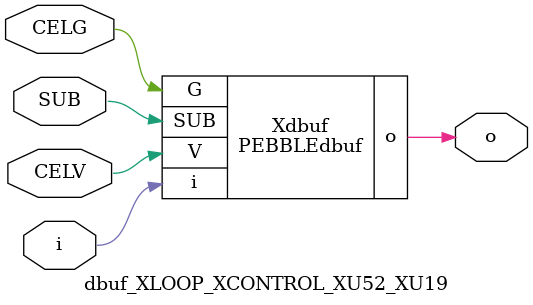
<source format=v>



module PEBBLEdbuf ( o, G, SUB, V, i );

  input V;
  input i;
  input G;
  output o;
  input SUB;
endmodule

//Celera Confidential Do Not Copy dbuf_XLOOP_XCONTROL_XU52_XU19
//Celera Confidential Symbol Generator
//Digital Buffer
module dbuf_XLOOP_XCONTROL_XU52_XU19 (CELV,CELG,i,o,SUB);
input CELV;
input CELG;
input i;
input SUB;
output o;

//Celera Confidential Do Not Copy dbuf
PEBBLEdbuf Xdbuf(
.V (CELV),
.i (i),
.o (o),
.SUB (SUB),
.G (CELG)
);
//,diesize,PEBBLEdbuf

//Celera Confidential Do Not Copy Module End
//Celera Schematic Generator
endmodule

</source>
